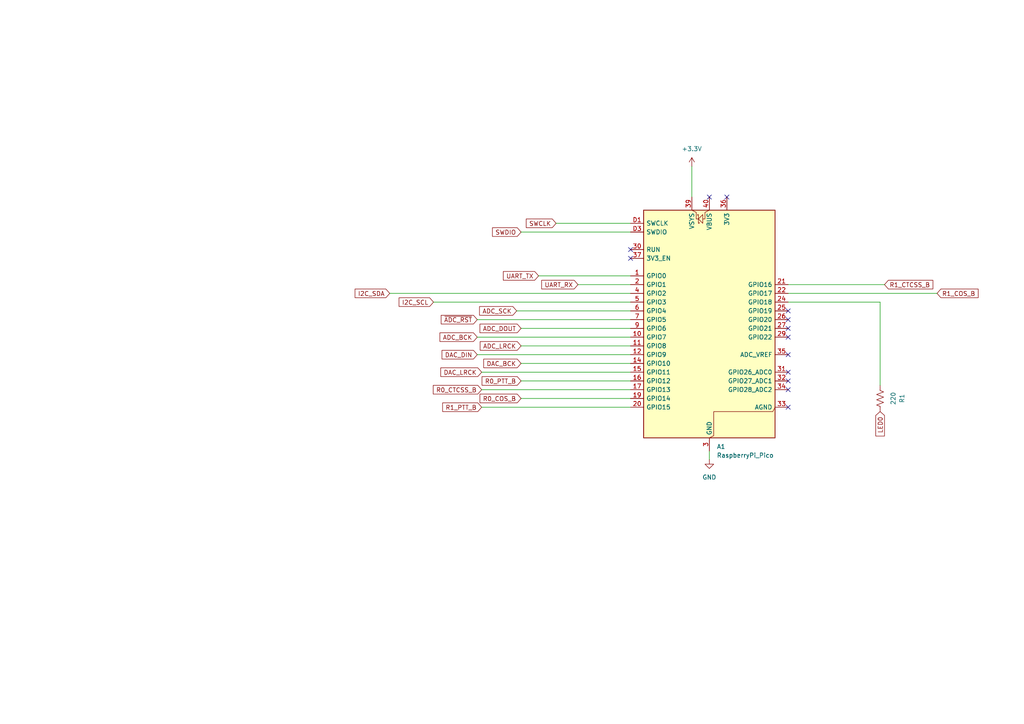
<source format=kicad_sch>
(kicad_sch (version 20250114) (generator "eeschema") (generator_version "9.0")
  (paper "A4")
  (lib_symbols
    (symbol "Device:R_US" (pin_numbers (hide yes)) (pin_names (offset 0))
      (property "Reference" "R" (at 2.54 0 90))
      (property "Value" "R_US" (at -2.54 0 90))
      (symbol "R_US_0_1"
        (polyline (pts (xy 0 2.286) (xy 0 2.54)))
        (polyline (pts (xy 0 2.286) (xy 1.016 1.905) (xy 0 1.524) (xy -1.016 1.143) (xy 0 0.762)))
        (polyline (pts (xy 0 0.762) (xy 1.016 0.381) (xy 0 0) (xy -1.016 -0.381) (xy 0 -0.762)))
        (polyline (pts (xy 0 -0.762) (xy 1.016 -1.143) (xy 0 -1.524) (xy -1.016 -1.905) (xy 0 -2.286)))
        (polyline (pts (xy 0 -2.286) (xy 0 -2.54)))
      )
      (symbol "R_US_1_1"
        (pin passive line (at 0 3.81 270) (length 1.27) (name "~") (number "1"))
        (pin passive line (at 0 -3.81 90) (length 1.27) (name "~") (number "2"))
      )
    )
    (symbol "MCU_Module:RaspberryPi_Pico_Debug" (pin_names (offset 0.762))
      (property "Reference" "A" (at -19.05 35.56 0))
      (property "Value" "RaspberryPi_Pico" (at 7.62 35.56 0))
      (symbol "RaspberryPi_Pico_Debug_0_1"
        (rectangle (start -19.05 34.29) (end 19.05 -31.75) (stroke (width 0.254)) (fill (type background)))
        (polyline (pts (xy -5.08 34.29) (xy -3.81 33.655) (xy -3.81 31.75) (xy -3.175 31.75)))
        (polyline (pts (xy -3.429 32.766) (xy -3.429 33.02) (xy -3.175 33.02) (xy -3.175 30.48) (xy -2.921 30.48) (xy -2.921 30.734)))
        (polyline (pts (xy -3.175 31.75) (xy -1.905 33.02) (xy -1.905 30.48) (xy -3.175 31.75)))
        (polyline (pts (xy 0 34.29) (xy -1.27 33.655) (xy -1.27 31.75) (xy -1.905 31.75)))
        (polyline (pts (xy 0 -31.75) (xy 1.27 -31.115) (xy 1.27 -24.13) (xy 18.415 -24.13) (xy 19.05 -22.86)))
      )
      (symbol "RaspberryPi_Pico_Debug_1_1"
        (pin input line (at -22.86 30.48 0) (length 3.81) (name "SWCLK") (number "D1"))
        (pin bidirectional line (at -22.86 27.94 0) (length 3.81) (name "SWDIO") (number "D3"))
        (pin passive line (at -22.86 22.86 0) (length 3.81) (name "RUN") (number "30"))
        (pin passive line (at -22.86 20.32 0) (length 3.81) (name "3V3_EN") (number "37"))
        (pin bidirectional line (at -22.86 15.24 0) (length 3.81) (name "GPIO0") (number "1"))
        (pin bidirectional line (at -22.86 12.7 0) (length 3.81) (name "GPIO1") (number "2"))
        (pin bidirectional line (at -22.86 10.16 0) (length 3.81) (name "GPIO2") (number "4"))
        (pin bidirectional line (at -22.86 7.62 0) (length 3.81) (name "GPIO3") (number "5"))
        (pin bidirectional line (at -22.86 5.08 0) (length 3.81) (name "GPIO4") (number "6"))
        (pin bidirectional line (at -22.86 2.54 0) (length 3.81) (name "GPIO5") (number "7"))
        (pin bidirectional line (at -22.86 0 0) (length 3.81) (name "GPIO6") (number "9"))
        (pin bidirectional line (at -22.86 -2.54 0) (length 3.81) (name "GPIO7") (number "10"))
        (pin bidirectional line (at -22.86 -5.08 0) (length 3.81) (name "GPIO8") (number "11"))
        (pin bidirectional line (at -22.86 -7.62 0) (length 3.81) (name "GPIO9") (number "12"))
        (pin bidirectional line (at -22.86 -10.16 0) (length 3.81) (name "GPIO10") (number "14"))
        (pin bidirectional line (at -22.86 -12.7 0) (length 3.81) (name "GPIO11") (number "15"))
        (pin bidirectional line (at -22.86 -15.24 0) (length 3.81) (name "GPIO12") (number "16"))
        (pin bidirectional line (at -22.86 -17.78 0) (length 3.81) (name "GPIO13") (number "17"))
        (pin bidirectional line (at -22.86 -20.32 0) (length 3.81) (name "GPIO14") (number "19"))
        (pin bidirectional line (at -22.86 -22.86 0) (length 3.81) (name "GPIO15") (number "20"))
        (pin power_in line (at -5.08 38.1 270) (length 3.81) (name "VSYS") (number "39"))
        (pin power_out line (at 0 38.1 270) (length 3.81) (name "VBUS") (number "40"))
        (pin passive line (at 0 -35.56 90) (length 3.81) (hide yes) (name "GND") (number "13"))
        (pin passive line (at 0 -35.56 90) (length 3.81) (hide yes) (name "GND") (number "18"))
        (pin passive line (at 0 -35.56 90) (length 3.81) (hide yes) (name "GND") (number "23"))
        (pin passive line (at 0 -35.56 90) (length 3.81) (hide yes) (name "GND") (number "28"))
        (pin power_out line (at 0 -35.56 90) (length 3.81) (name "GND") (number "3"))
        (pin passive line (at 0 -35.56 90) (length 3.81) (hide yes) (name "GND") (number "38"))
        (pin passive line (at 0 -35.56 90) (length 3.81) (hide yes) (name "GND") (number "8"))
        (pin passive line (at 0 -35.56 90) (length 3.81) (hide yes) (name "GND") (number "D2"))
        (pin power_out line (at 5.08 38.1 270) (length 3.81) (name "3V3") (number "36"))
        (pin bidirectional line (at 22.86 12.7 180) (length 3.81) (name "GPIO16") (number "21"))
        (pin bidirectional line (at 22.86 10.16 180) (length 3.81) (name "GPIO17") (number "22"))
        (pin bidirectional line (at 22.86 7.62 180) (length 3.81) (name "GPIO18") (number "24"))
        (pin bidirectional line (at 22.86 5.08 180) (length 3.81) (name "GPIO19") (number "25"))
        (pin bidirectional line (at 22.86 2.54 180) (length 3.81) (name "GPIO20") (number "26"))
        (pin bidirectional line (at 22.86 0 180) (length 3.81) (name "GPIO21") (number "27"))
        (pin bidirectional line (at 22.86 -2.54 180) (length 3.81) (name "GPIO22") (number "29"))
        (pin power_in line (at 22.86 -7.62 180) (length 3.81) (name "ADC_VREF") (number "35"))
        (pin bidirectional line (at 22.86 -12.7 180) (length 3.81) (name "GPIO26_ADC0") (number "31"))
        (pin bidirectional line (at 22.86 -15.24 180) (length 3.81) (name "GPIO27_ADC1") (number "32"))
        (pin bidirectional line (at 22.86 -17.78 180) (length 3.81) (name "GPIO28_ADC2") (number "34"))
        (pin power_out line (at 22.86 -22.86 180) (length 3.81) (name "AGND") (number "33"))
      )
    )
    (symbol "power:+3.3V" (power) (pin_numbers (hide yes)) (pin_names (offset 0) (hide yes))
      (property "Value" "+3.3V" (at 0 3.556 0))
      (symbol "+3.3V_0_1"
        (polyline (pts (xy -0.762 1.27) (xy 0 2.54)))
        (polyline (pts (xy 0 2.54) (xy 0.762 1.27)))
        (polyline (pts (xy 0 0) (xy 0 2.54)))
      )
      (symbol "+3.3V_1_1"
        (pin power_in line (at 0 0 90) (length 0) (name "~") (number "1"))
      )
    )
    (symbol "power:GND" (power) (pin_numbers (hide yes)) (pin_names (offset 0) (hide yes))
      (property "Value" "GND" (at 0 -3.81 0))
      (symbol "GND_0_1"
        (polyline (pts (xy 0 0) (xy 0 -1.27) (xy 1.27 -1.27) (xy 0 -2.54) (xy -1.27 -1.27) (xy 0 -1.27)))
      )
      (symbol "GND_1_1"
        (pin power_in line (at 0 0 270) (length 0) (name "~") (number "1"))
      )
    )
  )
  (no_connect (at 228.6 97.79))
  (no_connect (at 210.82 57.15))
  (no_connect (at 228.6 92.71))
  (no_connect (at 228.6 102.87))
  (no_connect (at 228.6 95.25))
  (no_connect (at 182.88 72.39))
  (no_connect (at 228.6 90.17))
  (no_connect (at 228.6 107.95))
  (no_connect (at 228.6 110.49))
  (no_connect (at 182.88 74.93))
  (no_connect (at 228.6 118.11))
  (no_connect (at 205.74 57.15))
  (no_connect (at 228.6 113.03))
  (wire (pts (xy 151.13 105.41) (xy 182.88 105.41)))
  (wire (pts (xy 228.6 87.63) (xy 255.27 87.63)))
  (wire (pts (xy 205.74 130.81) (xy 205.74 133.35)))
  (wire (pts (xy 228.6 85.09) (xy 271.78 85.09)))
  (wire (pts (xy 138.43 92.71) (xy 182.88 92.71)))
  (wire (pts (xy 151.13 67.31) (xy 182.88 67.31)))
  (wire (pts (xy 151.13 95.25) (xy 182.88 95.25)))
  (wire (pts (xy 156.21 80.01) (xy 182.88 80.01)))
  (wire (pts (xy 167.64 82.55) (xy 182.88 82.55)))
  (wire (pts (xy 113.03 85.09) (xy 182.88 85.09)))
  (wire (pts (xy 125.73 87.63) (xy 182.88 87.63)))
  (wire (pts (xy 149.86 90.17) (xy 182.88 90.17)))
  (wire (pts (xy 138.43 102.87) (xy 182.88 102.87)))
  (wire (pts (xy 139.7 113.03) (xy 182.88 113.03)))
  (wire (pts (xy 151.13 110.49) (xy 182.88 110.49)))
  (wire (pts (xy 200.66 48.26) (xy 200.66 57.15)))
  (wire (pts (xy 138.43 97.79) (xy 182.88 97.79)))
  (wire (pts (xy 151.13 115.57) (xy 182.88 115.57)))
  (wire (pts (xy 255.27 111.76) (xy 255.27 87.63)))
  (wire (pts (xy 161.29 64.77) (xy 182.88 64.77)))
  (wire (pts (xy 151.13 100.33) (xy 182.88 100.33)))
  (wire (pts (xy 139.7 107.95) (xy 182.88 107.95)))
  (wire (pts (xy 228.6 82.55) (xy 256.54 82.55)))
  (wire (pts (xy 139.7 118.11) (xy 182.88 118.11)))
  (global_label "UART_RX" (shape input) (at 167.64 82.55 180) (property "Intersheetrefs" "${INTERSHEET_REFS}" (effects (hide yes))))
  (global_label "~{ADC_RST}" (shape input) (at 138.43 92.71 180) (property "Intersheetrefs" "${INTERSHEET_REFS}" (effects (hide yes))))
  (global_label "LED0" (shape input) (at 255.27 119.38 270) (property "Intersheetrefs" "${INTERSHEET_REFS}" (effects (hide yes))))
  (global_label "DAC_BCK" (shape input) (at 151.13 105.41 180) (property "Intersheetrefs" "${INTERSHEET_REFS}" (effects (hide yes))))
  (global_label "R1_PTT_B" (shape input) (at 139.7 118.11 180) (property "Intersheetrefs" "${INTERSHEET_REFS}" (effects (hide yes))))
  (global_label "R0_CTCSS_B" (shape input) (at 139.7 113.03 180) (property "Intersheetrefs" "${INTERSHEET_REFS}" (effects (hide yes))))
  (global_label "R1_CTCSS_B" (shape input) (at 256.54 82.55 0) (property "Intersheetrefs" "${INTERSHEET_REFS}" (effects (hide yes))))
  (global_label "ADC_SCK" (shape input) (at 149.86 90.17 180) (property "Intersheetrefs" "${INTERSHEET_REFS}" (effects (hide yes))))
  (global_label "ADC_LRCK" (shape input) (at 151.13 100.33 180) (property "Intersheetrefs" "${INTERSHEET_REFS}" (effects (hide yes))))
  (global_label "SWDIO" (shape input) (at 151.13 67.31 180) (property "Intersheetrefs" "${INTERSHEET_REFS}" (effects (hide yes))))
  (global_label "SWCLK" (shape input) (at 161.29 64.77 180) (property "Intersheetrefs" "${INTERSHEET_REFS}" (effects (hide yes))))
  (global_label "DAC_LRCK" (shape input) (at 139.7 107.95 180) (property "Intersheetrefs" "${INTERSHEET_REFS}" (effects (hide yes))))
  (global_label "DAC_DIN" (shape input) (at 138.43 102.87 180) (property "Intersheetrefs" "${INTERSHEET_REFS}" (effects (hide yes))))
  (global_label "ADC_BCK" (shape input) (at 138.43 97.79 180) (property "Intersheetrefs" "${INTERSHEET_REFS}" (effects (hide yes))))
  (global_label "I2C_SCL" (shape input) (at 125.73 87.63 180) (property "Intersheetrefs" "${INTERSHEET_REFS}" (effects (hide yes))))
  (global_label "R0_COS_B" (shape input) (at 151.13 115.57 180) (property "Intersheetrefs" "${INTERSHEET_REFS}" (effects (hide yes))))
  (global_label "R0_PTT_B" (shape input) (at 151.13 110.49 180) (property "Intersheetrefs" "${INTERSHEET_REFS}" (effects (hide yes))))
  (global_label "R1_COS_B" (shape input) (at 271.78 85.09 0) (property "Intersheetrefs" "${INTERSHEET_REFS}" (effects (hide yes))))
  (global_label "I2C_SDA" (shape input) (at 113.03 85.09 180) (property "Intersheetrefs" "${INTERSHEET_REFS}" (effects (hide yes))))
  (global_label "ADC_DOUT" (shape input) (at 151.13 95.25 180) (property "Intersheetrefs" "${INTERSHEET_REFS}" (effects (hide yes))))
  (global_label "UART_TX" (shape input) (at 156.21 80.01 180) (property "Intersheetrefs" "${INTERSHEET_REFS}" (effects (hide yes))))
  (symbol (lib_id "power:GND") (at 205.74 133.35 0) (unit 1)
    (property "Reference" "#PWR01" (effects (hide yes)))
    (property "Value" "GND" (at 205.74 138.43 0))
    (property "Description" "Power symbol creates a global label with name \"GND\" , ground" (effects (hide yes)))
  )
  (symbol (lib_id "Device:R_US") (at 255.27 115.57 0) (unit 1)
    (property "Reference" "R1" (at 261.62 115.57 90))
    (property "Value" "220" (at 259.08 115.57 90))
    (property "Footprint" "Resistor_SMD:R_0805_2012Metric_Pad1.20x1.40mm_HandSolder" (effects (hide yes)))
    (property "Description" "Resistor, US symbol" (effects (hide yes)))
  )
  (symbol (lib_id "MCU_Module:RaspberryPi_Pico_Debug") (at 205.74 95.25 0) (unit 1)
    (property "Reference" "A1" (at 207.8833 129.54 0) (effects (justify left)))
    (property "Value" "RaspberryPi_Pico" (at 207.8833 132.08 0) (effects (justify left)))
    (property "Footprint" "Module:RaspberryPi_Pico_SMD_HandSolder" (effects (hide yes)))
    (property "Datasheet" "https://datasheets.raspberrypi.com/pico/pico-datasheet.pdf" (effects (hide yes)))
    (property "Description" "Versatile and inexpensive microcontroller module (with debug pins) powered by RP2040 dual-core Arm Cortex-M0+ processor up to 133 MHz, 264kB SRAM, 2MB QSPI flash; also supports Raspberry Pi Pico 2" (effects (hide yes)))
  )
  (symbol (lib_id "power:+3.3V") (at 200.66 48.26 0) (unit 1)
    (property "Reference" "#PWR084" (effects (hide yes)))
    (property "Value" "+3.3V" (at 200.66 43.18 0))
    (property "Description" "Power symbol creates a global label with name \"+3.3V\"" (effects (hide yes)))
  )
)
</source>
